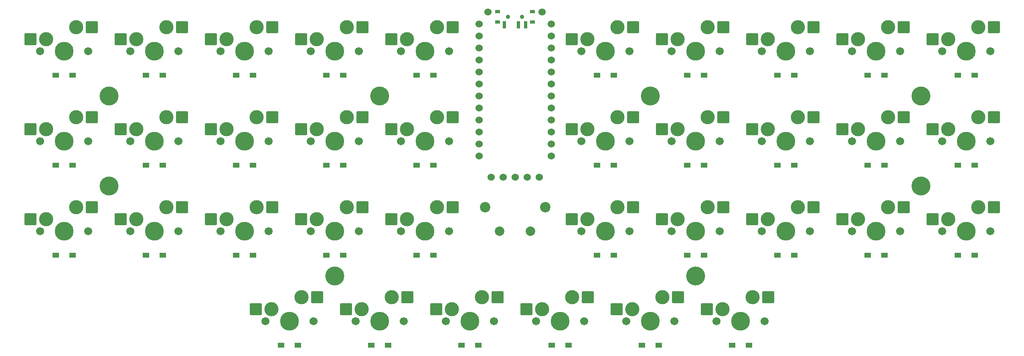
<source format=gbr>
%TF.GenerationSoftware,KiCad,Pcbnew,6.0.2+dfsg-1*%
%TF.CreationDate,2023-04-19T16:50:57+02:00*%
%TF.ProjectId,lancer-hotswap,6c616e63-6572-42d6-986f-74737761702e,rev?*%
%TF.SameCoordinates,Original*%
%TF.FileFunction,Soldermask,Bot*%
%TF.FilePolarity,Negative*%
%FSLAX46Y46*%
G04 Gerber Fmt 4.6, Leading zero omitted, Abs format (unit mm)*
G04 Created by KiCad (PCBNEW 6.0.2+dfsg-1) date 2023-04-19 16:50:57*
%MOMM*%
%LPD*%
G01*
G04 APERTURE LIST*
G04 Aperture macros list*
%AMRoundRect*
0 Rectangle with rounded corners*
0 $1 Rounding radius*
0 $2 $3 $4 $5 $6 $7 $8 $9 X,Y pos of 4 corners*
0 Add a 4 corners polygon primitive as box body*
4,1,4,$2,$3,$4,$5,$6,$7,$8,$9,$2,$3,0*
0 Add four circle primitives for the rounded corners*
1,1,$1+$1,$2,$3*
1,1,$1+$1,$4,$5*
1,1,$1+$1,$6,$7*
1,1,$1+$1,$8,$9*
0 Add four rect primitives between the rounded corners*
20,1,$1+$1,$2,$3,$4,$5,0*
20,1,$1+$1,$4,$5,$6,$7,0*
20,1,$1+$1,$6,$7,$8,$9,0*
20,1,$1+$1,$8,$9,$2,$3,0*%
G04 Aperture macros list end*
%ADD10C,3.000000*%
%ADD11C,3.987800*%
%ADD12C,1.701800*%
%ADD13RoundRect,0.200000X-1.075000X-1.050000X1.075000X-1.050000X1.075000X1.050000X-1.075000X1.050000X0*%
%ADD14C,4.000000*%
%ADD15C,1.524000*%
%ADD16C,2.200000*%
%ADD17C,2.000000*%
%ADD18R,1.400000X1.000000*%
%ADD19C,0.900000*%
%ADD20R,1.000000X0.800000*%
%ADD21R,0.700000X1.500000*%
G04 APERTURE END LIST*
D10*
%TO.C,SW10*%
X223520000Y-25400000D03*
X217170000Y-27940000D03*
D11*
X220980000Y-30480000D03*
D12*
X215900000Y-30480000D03*
X226060000Y-30480000D03*
D13*
X213895000Y-27940000D03*
X226822000Y-25400000D03*
%TD*%
D14*
%TO.C,H7*%
X87630000Y-78105000D03*
%TD*%
%TO.C,H1*%
X40005000Y-40005000D03*
%TD*%
D12*
%TO.C,SW15*%
X111760000Y-49530000D03*
X101600000Y-49530000D03*
D10*
X109220000Y-44450000D03*
X102870000Y-46990000D03*
D11*
X106680000Y-49530000D03*
D13*
X99595000Y-46990000D03*
X112522000Y-44450000D03*
%TD*%
D10*
%TO.C,SW19*%
X198120000Y-46990000D03*
D12*
X207010000Y-49530000D03*
X196850000Y-49530000D03*
D11*
X201930000Y-49530000D03*
D10*
X204470000Y-44450000D03*
D13*
X194845000Y-46990000D03*
X207772000Y-44450000D03*
%TD*%
D10*
%TO.C,SW18*%
X179070000Y-46990000D03*
D12*
X187960000Y-49530000D03*
D11*
X182880000Y-49530000D03*
D12*
X177800000Y-49530000D03*
D10*
X185420000Y-44450000D03*
D13*
X175795000Y-46990000D03*
X188722000Y-44450000D03*
%TD*%
D14*
%TO.C,H5*%
X40005000Y-59055000D03*
%TD*%
D10*
%TO.C,SW35*%
X150495000Y-85090000D03*
D11*
X154305000Y-87630000D03*
D10*
X156845000Y-82550000D03*
D12*
X159385000Y-87630000D03*
X149225000Y-87630000D03*
D13*
X147220000Y-85090000D03*
X160147000Y-82550000D03*
%TD*%
D10*
%TO.C,SW31*%
X74295000Y-85090000D03*
D12*
X73025000Y-87630000D03*
D10*
X80645000Y-82550000D03*
D11*
X78105000Y-87630000D03*
D12*
X83185000Y-87630000D03*
D13*
X71020000Y-85090000D03*
X83947000Y-82550000D03*
%TD*%
D10*
%TO.C,SW27*%
X166370000Y-63500000D03*
X160020000Y-66040000D03*
D12*
X168910000Y-68580000D03*
X158750000Y-68580000D03*
D11*
X163830000Y-68580000D03*
D13*
X156745000Y-66040000D03*
X169672000Y-63500000D03*
%TD*%
D15*
%TO.C,O1*%
X120650000Y-57150000D03*
X123190000Y-57150000D03*
X125730000Y-57150000D03*
X128270000Y-57150000D03*
X130810000Y-57150000D03*
%TD*%
D10*
%TO.C,SW8*%
X179070000Y-27940000D03*
D12*
X177800000Y-30480000D03*
X187960000Y-30480000D03*
D11*
X182880000Y-30480000D03*
D10*
X185420000Y-25400000D03*
D13*
X175795000Y-27940000D03*
X188722000Y-25400000D03*
%TD*%
D16*
%TO.C,H10*%
X132080000Y-63500000D03*
%TD*%
D15*
%TO.C,H11*%
X120015000Y-22225000D03*
%TD*%
D10*
%TO.C,SW16*%
X147320000Y-44450000D03*
D12*
X149860000Y-49530000D03*
D11*
X144780000Y-49530000D03*
D12*
X139700000Y-49530000D03*
D10*
X140970000Y-46990000D03*
D13*
X137695000Y-46990000D03*
X150622000Y-44450000D03*
%TD*%
D11*
%TO.C,SW13*%
X68580000Y-49530000D03*
D12*
X73660000Y-49530000D03*
D10*
X64770000Y-46990000D03*
D12*
X63500000Y-49530000D03*
D10*
X71120000Y-44450000D03*
D13*
X61495000Y-46990000D03*
X74422000Y-44450000D03*
%TD*%
D12*
%TO.C,SW21*%
X25400000Y-68580000D03*
D10*
X26670000Y-66040000D03*
X33020000Y-63500000D03*
D12*
X35560000Y-68580000D03*
D11*
X30480000Y-68580000D03*
D13*
X23395000Y-66040000D03*
X36322000Y-63500000D03*
%TD*%
D11*
%TO.C,SW14*%
X87630000Y-49530000D03*
D10*
X90170000Y-44450000D03*
D12*
X82550000Y-49530000D03*
D10*
X83820000Y-46990000D03*
D12*
X92710000Y-49530000D03*
D13*
X80545000Y-46990000D03*
X93472000Y-44450000D03*
%TD*%
D11*
%TO.C,SW32*%
X97155000Y-87630000D03*
D10*
X93345000Y-85090000D03*
X99695000Y-82550000D03*
D12*
X92075000Y-87630000D03*
X102235000Y-87630000D03*
D13*
X90070000Y-85090000D03*
X102997000Y-82550000D03*
%TD*%
D12*
%TO.C,SW1*%
X35560000Y-30480000D03*
D11*
X30480000Y-30480000D03*
D10*
X33020000Y-25400000D03*
X26670000Y-27940000D03*
D12*
X25400000Y-30480000D03*
D13*
X23395000Y-27940000D03*
X36322000Y-25400000D03*
%TD*%
D10*
%TO.C,SW24*%
X90170000Y-63500000D03*
D12*
X92710000Y-68580000D03*
D10*
X83820000Y-66040000D03*
D12*
X82550000Y-68580000D03*
D11*
X87630000Y-68580000D03*
D13*
X80545000Y-66040000D03*
X93472000Y-63500000D03*
%TD*%
D16*
%TO.C,H9*%
X119380000Y-63500000D03*
%TD*%
D12*
%TO.C,SW23*%
X73660000Y-68580000D03*
D10*
X71120000Y-63500000D03*
X64770000Y-66040000D03*
D11*
X68580000Y-68580000D03*
D12*
X63500000Y-68580000D03*
D13*
X61495000Y-66040000D03*
X74422000Y-63500000D03*
%TD*%
D10*
%TO.C,SW9*%
X198120000Y-27940000D03*
X204470000Y-25400000D03*
D11*
X201930000Y-30480000D03*
D12*
X196850000Y-30480000D03*
X207010000Y-30480000D03*
D13*
X194845000Y-27940000D03*
X207772000Y-25400000D03*
%TD*%
D15*
%TO.C,U1*%
X133350000Y-24765000D03*
X133350000Y-27305000D03*
X133350000Y-29845000D03*
X133350000Y-32385000D03*
X133350000Y-34925000D03*
X133350000Y-37465000D03*
X133350000Y-40005000D03*
X133350000Y-42545000D03*
X133350000Y-45085000D03*
X133350000Y-47625000D03*
X133350000Y-50165000D03*
X133350000Y-52705000D03*
X118110000Y-52705000D03*
X118110000Y-50165000D03*
X118110000Y-47625000D03*
X118110000Y-45085000D03*
X118110000Y-42545000D03*
X118110000Y-40005000D03*
X118110000Y-37465000D03*
X118110000Y-34925000D03*
X118110000Y-32385000D03*
X118110000Y-29845000D03*
X118110000Y-27305000D03*
X118110000Y-24765000D03*
%TD*%
D11*
%TO.C,SW30*%
X220980000Y-68580000D03*
D10*
X217170000Y-66040000D03*
X223520000Y-63500000D03*
D12*
X226060000Y-68580000D03*
X215900000Y-68580000D03*
D13*
X213895000Y-66040000D03*
X226822000Y-63500000D03*
%TD*%
D10*
%TO.C,SW34*%
X131445000Y-85090000D03*
D12*
X130175000Y-87630000D03*
D11*
X135255000Y-87630000D03*
D10*
X137795000Y-82550000D03*
D12*
X140335000Y-87630000D03*
D13*
X128170000Y-85090000D03*
X141097000Y-82550000D03*
%TD*%
D10*
%TO.C,SW20*%
X223520000Y-44450000D03*
X217170000Y-46990000D03*
D12*
X215900000Y-49530000D03*
D11*
X220980000Y-49530000D03*
D12*
X226060000Y-49530000D03*
D13*
X213895000Y-46990000D03*
X226822000Y-44450000D03*
%TD*%
D10*
%TO.C,SW26*%
X147320000Y-63500000D03*
D12*
X139700000Y-68580000D03*
D10*
X140970000Y-66040000D03*
D12*
X149860000Y-68580000D03*
D11*
X144780000Y-68580000D03*
D13*
X137695000Y-66040000D03*
X150622000Y-63500000D03*
%TD*%
D10*
%TO.C,SW25*%
X102870000Y-66040000D03*
D11*
X106680000Y-68580000D03*
D12*
X101600000Y-68580000D03*
D10*
X109220000Y-63500000D03*
D12*
X111760000Y-68580000D03*
D13*
X99595000Y-66040000D03*
X112522000Y-63500000D03*
%TD*%
D14*
%TO.C,H8*%
X163830000Y-78105000D03*
%TD*%
D12*
%TO.C,SW29*%
X196850000Y-68580000D03*
D10*
X198120000Y-66040000D03*
D12*
X207010000Y-68580000D03*
D11*
X201930000Y-68580000D03*
D10*
X204470000Y-63500000D03*
D13*
X194845000Y-66040000D03*
X207772000Y-63500000D03*
%TD*%
D14*
%TO.C,H4*%
X211455000Y-40005000D03*
%TD*%
D17*
%TO.C,SW38*%
X122480000Y-68580000D03*
X128980000Y-68580000D03*
%TD*%
D12*
%TO.C,SW4*%
X92710000Y-30480000D03*
D10*
X83820000Y-27940000D03*
D12*
X82550000Y-30480000D03*
D10*
X90170000Y-25400000D03*
D11*
X87630000Y-30480000D03*
D13*
X80545000Y-27940000D03*
X93472000Y-25400000D03*
%TD*%
D10*
%TO.C,SW36*%
X175895000Y-82550000D03*
D11*
X173355000Y-87630000D03*
D10*
X169545000Y-85090000D03*
D12*
X168275000Y-87630000D03*
X178435000Y-87630000D03*
D13*
X166270000Y-85090000D03*
X179197000Y-82550000D03*
%TD*%
D14*
%TO.C,H2*%
X97155000Y-40005000D03*
%TD*%
D12*
%TO.C,SW22*%
X54610000Y-68580000D03*
D10*
X45720000Y-66040000D03*
D11*
X49530000Y-68580000D03*
D10*
X52070000Y-63500000D03*
D12*
X44450000Y-68580000D03*
D13*
X42445000Y-66040000D03*
X55372000Y-63500000D03*
%TD*%
D14*
%TO.C,H6*%
X211455000Y-59055000D03*
%TD*%
D12*
%TO.C,SW5*%
X101600000Y-30480000D03*
D11*
X106680000Y-30480000D03*
D12*
X111760000Y-30480000D03*
D10*
X109220000Y-25400000D03*
X102870000Y-27940000D03*
D13*
X99595000Y-27940000D03*
X112522000Y-25400000D03*
%TD*%
D14*
%TO.C,H3*%
X154305000Y-40005000D03*
%TD*%
D10*
%TO.C,SW7*%
X160020000Y-27940000D03*
D12*
X168910000Y-30480000D03*
X158750000Y-30480000D03*
D10*
X166370000Y-25400000D03*
D11*
X163830000Y-30480000D03*
D13*
X156745000Y-27940000D03*
X169672000Y-25400000D03*
%TD*%
D11*
%TO.C,SW2*%
X49530000Y-30480000D03*
D12*
X44450000Y-30480000D03*
X54610000Y-30480000D03*
D10*
X45720000Y-27940000D03*
X52070000Y-25400000D03*
D13*
X42445000Y-27940000D03*
X55372000Y-25400000D03*
%TD*%
D15*
%TO.C,H12*%
X131445000Y-22225000D03*
%TD*%
D10*
%TO.C,SW3*%
X71120000Y-25400000D03*
D12*
X63500000Y-30480000D03*
D10*
X64770000Y-27940000D03*
D11*
X68580000Y-30480000D03*
D12*
X73660000Y-30480000D03*
D13*
X61495000Y-27940000D03*
X74422000Y-25400000D03*
%TD*%
D12*
%TO.C,SW17*%
X168910000Y-49530000D03*
D11*
X163830000Y-49530000D03*
D12*
X158750000Y-49530000D03*
D10*
X160020000Y-46990000D03*
X166370000Y-44450000D03*
D13*
X156745000Y-46990000D03*
X169672000Y-44450000D03*
%TD*%
D12*
%TO.C,SW11*%
X25400000Y-49530000D03*
D10*
X33020000Y-44450000D03*
X26670000Y-46990000D03*
D11*
X30480000Y-49530000D03*
D12*
X35560000Y-49530000D03*
D13*
X23395000Y-46990000D03*
X36322000Y-44450000D03*
%TD*%
D10*
%TO.C,SW12*%
X45720000Y-46990000D03*
X52070000Y-44450000D03*
D12*
X54610000Y-49530000D03*
D11*
X49530000Y-49530000D03*
D12*
X44450000Y-49530000D03*
D13*
X42445000Y-46990000D03*
X55372000Y-44450000D03*
%TD*%
D12*
%TO.C,SW33*%
X121285000Y-87630000D03*
D10*
X112395000Y-85090000D03*
D11*
X116205000Y-87630000D03*
D10*
X118745000Y-82550000D03*
D12*
X111125000Y-87630000D03*
D13*
X109120000Y-85090000D03*
X122047000Y-82550000D03*
%TD*%
D12*
%TO.C,SW28*%
X187960000Y-68580000D03*
D10*
X179070000Y-66040000D03*
X185420000Y-63500000D03*
D12*
X177800000Y-68580000D03*
D11*
X182880000Y-68580000D03*
D13*
X175795000Y-66040000D03*
X188722000Y-63500000D03*
%TD*%
D10*
%TO.C,SW6*%
X140970000Y-27940000D03*
D11*
X144780000Y-30480000D03*
D12*
X139700000Y-30480000D03*
D10*
X147320000Y-25400000D03*
D12*
X149860000Y-30480000D03*
D13*
X137695000Y-27940000D03*
X150622000Y-25400000D03*
%TD*%
D18*
%TO.C,D2*%
X51305000Y-35560000D03*
X47755000Y-35560000D03*
%TD*%
%TO.C,D32*%
X98930000Y-92710000D03*
X95380000Y-92710000D03*
%TD*%
%TO.C,D34*%
X133480000Y-92710000D03*
X137030000Y-92710000D03*
%TD*%
%TO.C,D20*%
X219205000Y-54610000D03*
X222755000Y-54610000D03*
%TD*%
%TO.C,D30*%
X219205000Y-73660000D03*
X222755000Y-73660000D03*
%TD*%
%TO.C,D8*%
X181105000Y-35560000D03*
X184655000Y-35560000D03*
%TD*%
%TO.C,D4*%
X89405000Y-35560000D03*
X85855000Y-35560000D03*
%TD*%
%TO.C,D11*%
X32255000Y-54610000D03*
X28705000Y-54610000D03*
%TD*%
%TO.C,D7*%
X162055000Y-35560000D03*
X165605000Y-35560000D03*
%TD*%
%TO.C,D29*%
X200155000Y-73660000D03*
X203705000Y-73660000D03*
%TD*%
%TO.C,D3*%
X70355000Y-35560000D03*
X66805000Y-35560000D03*
%TD*%
%TO.C,D23*%
X70355000Y-73660000D03*
X66805000Y-73660000D03*
%TD*%
%TO.C,D27*%
X162055000Y-73660000D03*
X165605000Y-73660000D03*
%TD*%
%TO.C,D1*%
X32255000Y-35560000D03*
X28705000Y-35560000D03*
%TD*%
%TO.C,D9*%
X200155000Y-35560000D03*
X203705000Y-35560000D03*
%TD*%
%TO.C,D28*%
X181105000Y-73660000D03*
X184655000Y-73660000D03*
%TD*%
%TO.C,D16*%
X143005000Y-54610000D03*
X146555000Y-54610000D03*
%TD*%
%TO.C,D35*%
X152530000Y-92710000D03*
X156080000Y-92710000D03*
%TD*%
D19*
%TO.C,SW37*%
X127230000Y-23165000D03*
D20*
X122080000Y-24275000D03*
X122080000Y-22065000D03*
D19*
X124230000Y-23165000D03*
D20*
X129380000Y-24275000D03*
X129380000Y-22065000D03*
D21*
X123480000Y-24925000D03*
X126480000Y-24925000D03*
X127980000Y-24925000D03*
%TD*%
D18*
%TO.C,D18*%
X181105000Y-54610000D03*
X184655000Y-54610000D03*
%TD*%
%TO.C,D33*%
X117980000Y-92710000D03*
X114430000Y-92710000D03*
%TD*%
%TO.C,D6*%
X143005000Y-35560000D03*
X146555000Y-35560000D03*
%TD*%
%TO.C,D36*%
X171580000Y-92710000D03*
X175130000Y-92710000D03*
%TD*%
%TO.C,D17*%
X162055000Y-54610000D03*
X165605000Y-54610000D03*
%TD*%
%TO.C,D5*%
X108455000Y-35560000D03*
X104905000Y-35560000D03*
%TD*%
%TO.C,D21*%
X32255000Y-73660000D03*
X28705000Y-73660000D03*
%TD*%
%TO.C,D12*%
X51305000Y-54610000D03*
X47755000Y-54610000D03*
%TD*%
%TO.C,D10*%
X219205000Y-35560000D03*
X222755000Y-35560000D03*
%TD*%
%TO.C,D26*%
X143005000Y-73660000D03*
X146555000Y-73660000D03*
%TD*%
%TO.C,D25*%
X108455000Y-73660000D03*
X104905000Y-73660000D03*
%TD*%
%TO.C,D19*%
X200155000Y-54610000D03*
X203705000Y-54610000D03*
%TD*%
%TO.C,D13*%
X70355000Y-54610000D03*
X66805000Y-54610000D03*
%TD*%
%TO.C,D22*%
X51305000Y-73660000D03*
X47755000Y-73660000D03*
%TD*%
%TO.C,D15*%
X108455000Y-54610000D03*
X104905000Y-54610000D03*
%TD*%
%TO.C,D14*%
X89405000Y-54610000D03*
X85855000Y-54610000D03*
%TD*%
%TO.C,D31*%
X79880000Y-92710000D03*
X76330000Y-92710000D03*
%TD*%
%TO.C,D24*%
X89405000Y-73660000D03*
X85855000Y-73660000D03*
%TD*%
M02*

</source>
